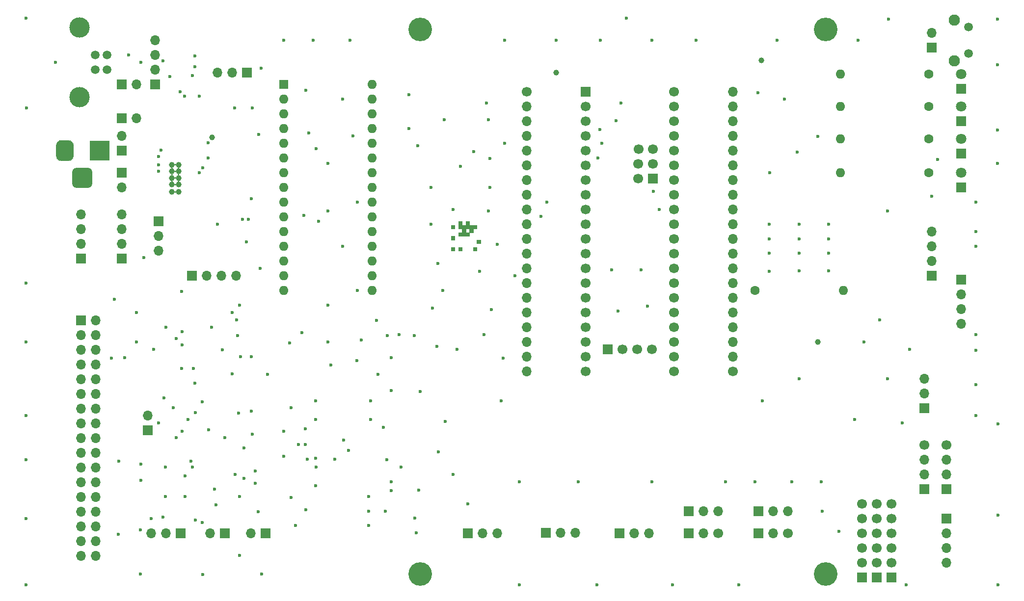
<source format=gbr>
G04 #@! TF.GenerationSoftware,KiCad,Pcbnew,(5.1.9)-1*
G04 #@! TF.CreationDate,2021-07-31T21:07:57+01:00*
G04 #@! TF.ProjectId,Greaseweazle F1 Plus 3.5 Rev 1.1,47726561-7365-4776-9561-7a6c65204631,1.1*
G04 #@! TF.SameCoordinates,PX6312cb0PY6bcb370*
G04 #@! TF.FileFunction,Soldermask,Bot*
G04 #@! TF.FilePolarity,Negative*
%FSLAX46Y46*%
G04 Gerber Fmt 4.6, Leading zero omitted, Abs format (unit mm)*
G04 Created by KiCad (PCBNEW (5.1.9)-1) date 2021-07-31 21:07:57*
%MOMM*%
%LPD*%
G01*
G04 APERTURE LIST*
%ADD10C,0.100000*%
%ADD11O,1.700000X1.700000*%
%ADD12R,1.700000X1.700000*%
%ADD13C,1.700000*%
%ADD14C,4.064000*%
%ADD15O,1.600000X1.600000*%
%ADD16R,1.600000X1.600000*%
%ADD17C,3.500120*%
%ADD18C,1.501140*%
%ADD19C,1.600000*%
%ADD20R,1.800000X1.800000*%
%ADD21C,1.800000*%
%ADD22R,3.500000X3.500000*%
%ADD23C,1.950000*%
%ADD24C,1.508000*%
%ADD25C,0.600000*%
%ADD26C,1.000000*%
G04 APERTURE END LIST*
D10*
G36*
X23368000Y24003000D02*
G01*
X24003000Y24003000D01*
X24003000Y24638000D01*
X23368000Y24638000D01*
X23368000Y24003000D01*
G37*
X23368000Y24003000D02*
X24003000Y24003000D01*
X24003000Y24638000D01*
X23368000Y24638000D01*
X23368000Y24003000D01*
G36*
X23368000Y23368000D02*
G01*
X24003000Y23368000D01*
X24003000Y24003000D01*
X23368000Y24003000D01*
X23368000Y23368000D01*
G37*
X23368000Y23368000D02*
X24003000Y23368000D01*
X24003000Y24003000D01*
X23368000Y24003000D01*
X23368000Y23368000D01*
G36*
X22733000Y23368000D02*
G01*
X23368000Y23368000D01*
X23368000Y24003000D01*
X22733000Y24003000D01*
X22733000Y23368000D01*
G37*
X22733000Y23368000D02*
X23368000Y23368000D01*
X23368000Y24003000D01*
X22733000Y24003000D01*
X22733000Y23368000D01*
G36*
X24003000Y23368000D02*
G01*
X24638000Y23368000D01*
X24638000Y24003000D01*
X24003000Y24003000D01*
X24003000Y23368000D01*
G37*
X24003000Y23368000D02*
X24638000Y23368000D01*
X24638000Y24003000D01*
X24003000Y24003000D01*
X24003000Y23368000D01*
G36*
X24638000Y24003000D02*
G01*
X25273000Y24003000D01*
X25273000Y24638000D01*
X24638000Y24638000D01*
X24638000Y24003000D01*
G37*
X24638000Y24003000D02*
X25273000Y24003000D01*
X25273000Y24638000D01*
X24638000Y24638000D01*
X24638000Y24003000D01*
G36*
X21463000Y24638000D02*
G01*
X22098000Y24638000D01*
X22098000Y25273000D01*
X21463000Y25273000D01*
X21463000Y24638000D01*
G37*
X21463000Y24638000D02*
X22098000Y24638000D01*
X22098000Y25273000D01*
X21463000Y25273000D01*
X21463000Y24638000D01*
G36*
X21463000Y20828000D02*
G01*
X22098000Y20828000D01*
X22098000Y21463000D01*
X21463000Y21463000D01*
X21463000Y20828000D01*
G37*
X21463000Y20828000D02*
X22098000Y20828000D01*
X22098000Y21463000D01*
X21463000Y21463000D01*
X21463000Y20828000D01*
G36*
X22733000Y25273000D02*
G01*
X23368000Y25273000D01*
X23368000Y25908000D01*
X22733000Y25908000D01*
X22733000Y25273000D01*
G37*
X22733000Y25273000D02*
X23368000Y25273000D01*
X23368000Y25908000D01*
X22733000Y25908000D01*
X22733000Y25273000D01*
G36*
X22733000Y24638000D02*
G01*
X23368000Y24638000D01*
X23368000Y25273000D01*
X22733000Y25273000D01*
X22733000Y24638000D01*
G37*
X22733000Y24638000D02*
X23368000Y24638000D01*
X23368000Y25273000D01*
X22733000Y25273000D01*
X22733000Y24638000D01*
G36*
X23368000Y24638000D02*
G01*
X24003000Y24638000D01*
X24003000Y25273000D01*
X23368000Y25273000D01*
X23368000Y24638000D01*
G37*
X23368000Y24638000D02*
X24003000Y24638000D01*
X24003000Y25273000D01*
X23368000Y25273000D01*
X23368000Y24638000D01*
G36*
X24003000Y24638000D02*
G01*
X24638000Y24638000D01*
X24638000Y25273000D01*
X24003000Y25273000D01*
X24003000Y24638000D01*
G37*
X24003000Y24638000D02*
X24638000Y24638000D01*
X24638000Y25273000D01*
X24003000Y25273000D01*
X24003000Y24638000D01*
G36*
X24003000Y25273000D02*
G01*
X24638000Y25273000D01*
X24638000Y25908000D01*
X24003000Y25908000D01*
X24003000Y25273000D01*
G37*
X24003000Y25273000D02*
X24638000Y25273000D01*
X24638000Y25908000D01*
X24003000Y25908000D01*
X24003000Y25273000D01*
G36*
X24638000Y24638000D02*
G01*
X25273000Y24638000D01*
X25273000Y25273000D01*
X24638000Y25273000D01*
X24638000Y24638000D01*
G37*
X24638000Y24638000D02*
X25273000Y24638000D01*
X25273000Y25273000D01*
X24638000Y25273000D01*
X24638000Y24638000D01*
G36*
X25273000Y24638000D02*
G01*
X25908000Y24638000D01*
X25908000Y25273000D01*
X25273000Y25273000D01*
X25273000Y24638000D01*
G37*
X25273000Y24638000D02*
X25908000Y24638000D01*
X25908000Y25273000D01*
X25273000Y25273000D01*
X25273000Y24638000D01*
G36*
X25908000Y22098000D02*
G01*
X26543000Y22098000D01*
X26543000Y22733000D01*
X25908000Y22733000D01*
X25908000Y22098000D01*
G37*
X25908000Y22098000D02*
X26543000Y22098000D01*
X26543000Y22733000D01*
X25908000Y22733000D01*
X25908000Y22098000D01*
G36*
X25273000Y20828000D02*
G01*
X25908000Y20828000D01*
X25908000Y21463000D01*
X25273000Y21463000D01*
X25273000Y20828000D01*
G37*
X25273000Y20828000D02*
X25908000Y20828000D01*
X25908000Y21463000D01*
X25273000Y21463000D01*
X25273000Y20828000D01*
G36*
X22733000Y20828000D02*
G01*
X23368000Y20828000D01*
X23368000Y21463000D01*
X22733000Y21463000D01*
X22733000Y20828000D01*
G37*
X22733000Y20828000D02*
X23368000Y20828000D01*
X23368000Y21463000D01*
X22733000Y21463000D01*
X22733000Y20828000D01*
G36*
X21463000Y22733000D02*
G01*
X22098000Y22733000D01*
X22098000Y23368000D01*
X21463000Y23368000D01*
X21463000Y22733000D01*
G37*
X21463000Y22733000D02*
X22098000Y22733000D01*
X22098000Y23368000D01*
X21463000Y23368000D01*
X21463000Y22733000D01*
G36*
X23368000Y24003000D02*
G01*
X24003000Y24003000D01*
X24003000Y24638000D01*
X23368000Y24638000D01*
X23368000Y24003000D01*
G37*
X23368000Y24003000D02*
X24003000Y24003000D01*
X24003000Y24638000D01*
X23368000Y24638000D01*
X23368000Y24003000D01*
G36*
X23368000Y23368000D02*
G01*
X24003000Y23368000D01*
X24003000Y24003000D01*
X23368000Y24003000D01*
X23368000Y23368000D01*
G37*
X23368000Y23368000D02*
X24003000Y23368000D01*
X24003000Y24003000D01*
X23368000Y24003000D01*
X23368000Y23368000D01*
G36*
X22733000Y23368000D02*
G01*
X23368000Y23368000D01*
X23368000Y24003000D01*
X22733000Y24003000D01*
X22733000Y23368000D01*
G37*
X22733000Y23368000D02*
X23368000Y23368000D01*
X23368000Y24003000D01*
X22733000Y24003000D01*
X22733000Y23368000D01*
G36*
X24003000Y23368000D02*
G01*
X24638000Y23368000D01*
X24638000Y24003000D01*
X24003000Y24003000D01*
X24003000Y23368000D01*
G37*
X24003000Y23368000D02*
X24638000Y23368000D01*
X24638000Y24003000D01*
X24003000Y24003000D01*
X24003000Y23368000D01*
G36*
X24638000Y24003000D02*
G01*
X25273000Y24003000D01*
X25273000Y24638000D01*
X24638000Y24638000D01*
X24638000Y24003000D01*
G37*
X24638000Y24003000D02*
X25273000Y24003000D01*
X25273000Y24638000D01*
X24638000Y24638000D01*
X24638000Y24003000D01*
G36*
X21463000Y24638000D02*
G01*
X22098000Y24638000D01*
X22098000Y25273000D01*
X21463000Y25273000D01*
X21463000Y24638000D01*
G37*
X21463000Y24638000D02*
X22098000Y24638000D01*
X22098000Y25273000D01*
X21463000Y25273000D01*
X21463000Y24638000D01*
G36*
X21463000Y20828000D02*
G01*
X22098000Y20828000D01*
X22098000Y21463000D01*
X21463000Y21463000D01*
X21463000Y20828000D01*
G37*
X21463000Y20828000D02*
X22098000Y20828000D01*
X22098000Y21463000D01*
X21463000Y21463000D01*
X21463000Y20828000D01*
G36*
X22733000Y25273000D02*
G01*
X23368000Y25273000D01*
X23368000Y25908000D01*
X22733000Y25908000D01*
X22733000Y25273000D01*
G37*
X22733000Y25273000D02*
X23368000Y25273000D01*
X23368000Y25908000D01*
X22733000Y25908000D01*
X22733000Y25273000D01*
G36*
X22733000Y24638000D02*
G01*
X23368000Y24638000D01*
X23368000Y25273000D01*
X22733000Y25273000D01*
X22733000Y24638000D01*
G37*
X22733000Y24638000D02*
X23368000Y24638000D01*
X23368000Y25273000D01*
X22733000Y25273000D01*
X22733000Y24638000D01*
G36*
X23368000Y24638000D02*
G01*
X24003000Y24638000D01*
X24003000Y25273000D01*
X23368000Y25273000D01*
X23368000Y24638000D01*
G37*
X23368000Y24638000D02*
X24003000Y24638000D01*
X24003000Y25273000D01*
X23368000Y25273000D01*
X23368000Y24638000D01*
G36*
X24003000Y24638000D02*
G01*
X24638000Y24638000D01*
X24638000Y25273000D01*
X24003000Y25273000D01*
X24003000Y24638000D01*
G37*
X24003000Y24638000D02*
X24638000Y24638000D01*
X24638000Y25273000D01*
X24003000Y25273000D01*
X24003000Y24638000D01*
G36*
X24003000Y25273000D02*
G01*
X24638000Y25273000D01*
X24638000Y25908000D01*
X24003000Y25908000D01*
X24003000Y25273000D01*
G37*
X24003000Y25273000D02*
X24638000Y25273000D01*
X24638000Y25908000D01*
X24003000Y25908000D01*
X24003000Y25273000D01*
G36*
X24638000Y24638000D02*
G01*
X25273000Y24638000D01*
X25273000Y25273000D01*
X24638000Y25273000D01*
X24638000Y24638000D01*
G37*
X24638000Y24638000D02*
X25273000Y24638000D01*
X25273000Y25273000D01*
X24638000Y25273000D01*
X24638000Y24638000D01*
G36*
X25273000Y24638000D02*
G01*
X25908000Y24638000D01*
X25908000Y25273000D01*
X25273000Y25273000D01*
X25273000Y24638000D01*
G37*
X25273000Y24638000D02*
X25908000Y24638000D01*
X25908000Y25273000D01*
X25273000Y25273000D01*
X25273000Y24638000D01*
G36*
X25908000Y22098000D02*
G01*
X26543000Y22098000D01*
X26543000Y22733000D01*
X25908000Y22733000D01*
X25908000Y22098000D01*
G37*
X25908000Y22098000D02*
X26543000Y22098000D01*
X26543000Y22733000D01*
X25908000Y22733000D01*
X25908000Y22098000D01*
G36*
X25273000Y20828000D02*
G01*
X25908000Y20828000D01*
X25908000Y21463000D01*
X25273000Y21463000D01*
X25273000Y20828000D01*
G37*
X25273000Y20828000D02*
X25908000Y20828000D01*
X25908000Y21463000D01*
X25273000Y21463000D01*
X25273000Y20828000D01*
G36*
X22733000Y20828000D02*
G01*
X23368000Y20828000D01*
X23368000Y21463000D01*
X22733000Y21463000D01*
X22733000Y20828000D01*
G37*
X22733000Y20828000D02*
X23368000Y20828000D01*
X23368000Y21463000D01*
X22733000Y21463000D01*
X22733000Y20828000D01*
G36*
X21463000Y22733000D02*
G01*
X22098000Y22733000D01*
X22098000Y23368000D01*
X21463000Y23368000D01*
X21463000Y22733000D01*
G37*
X21463000Y22733000D02*
X22098000Y22733000D01*
X22098000Y23368000D01*
X21463000Y23368000D01*
X21463000Y22733000D01*
D11*
X-35306000Y31750000D03*
D12*
X-35306000Y34290000D03*
D11*
X-32766000Y49530000D03*
D12*
X-35306000Y49530000D03*
D11*
X-35306000Y40640000D03*
D12*
X-35306000Y38100000D03*
D11*
X-32766000Y43688000D03*
D12*
X-35306000Y43688000D03*
D11*
X-15621000Y16510000D03*
X-18161000Y16510000D03*
X-20701000Y16510000D03*
D12*
X-23241000Y16510000D03*
D11*
X-30226000Y-27940000D03*
X-27686000Y-27940000D03*
D12*
X-25146000Y-27940000D03*
D11*
X-30861000Y-7620000D03*
D12*
X-30861000Y-10160000D03*
X48514000Y3810000D03*
D13*
X51054000Y3810000D03*
X53594000Y3810000D03*
X56134000Y3810000D03*
X59944000Y48260000D03*
D12*
X44704000Y48260000D03*
D13*
X59944000Y45720000D03*
X44704000Y45720000D03*
X59944000Y43180000D03*
X44704000Y43180000D03*
X59944000Y40640000D03*
X44704000Y40640000D03*
X59944000Y38100000D03*
X44704000Y38100000D03*
X59944000Y35560000D03*
X44704000Y35560000D03*
X59944000Y33020000D03*
X44704000Y33020000D03*
X59944000Y30480000D03*
X44704000Y30480000D03*
X59944000Y27940000D03*
X44704000Y27940000D03*
X59944000Y25400000D03*
X44704000Y25400000D03*
X59944000Y22860000D03*
X44704000Y22860000D03*
X59944000Y20320000D03*
X44704000Y20320000D03*
X59944000Y17780000D03*
X44704000Y17780000D03*
X59944000Y15240000D03*
X44704000Y15240000D03*
X59944000Y12700000D03*
X44704000Y12700000D03*
X59944000Y10160000D03*
X44704000Y10160000D03*
X59944000Y7620000D03*
X44704000Y7620000D03*
X59944000Y5080000D03*
X44704000Y5080000D03*
X59944000Y2540000D03*
X44704000Y2540000D03*
X59944000Y0D03*
X44704000Y0D03*
X56273700Y35814000D03*
X56273700Y38354000D03*
D12*
X56273700Y33274000D03*
D13*
X53797200Y38354000D03*
X53733700Y35814000D03*
X53733700Y33274000D03*
X92329000Y-22860000D03*
X92329000Y-25400000D03*
X92329000Y-27940000D03*
X92329000Y-30480000D03*
X92329000Y-33020000D03*
D12*
X92329000Y-35560000D03*
D13*
X94869000Y-22860000D03*
X94869000Y-25400000D03*
X94869000Y-27940000D03*
X94869000Y-30480000D03*
X94869000Y-33020000D03*
D12*
X94869000Y-35560000D03*
D14*
X86113620Y-34935160D03*
X16113760Y59065160D03*
X16113760Y-34935160D03*
X86113620Y59065160D03*
D11*
X104394000Y58420000D03*
D12*
X104394000Y55880000D03*
D11*
X-13081000Y-27940000D03*
D12*
X-10541000Y-27940000D03*
D11*
X-20066000Y-27940000D03*
D12*
X-17526000Y-27940000D03*
D13*
X97409000Y-22860000D03*
X97409000Y-25400000D03*
X97409000Y-27940000D03*
X97409000Y-30480000D03*
X97409000Y-33020000D03*
D12*
X97409000Y-35560000D03*
D11*
X-35306000Y27152600D03*
X-35306000Y24612600D03*
X-35306000Y22072600D03*
D12*
X-35306000Y19532600D03*
D11*
X-29591000Y57150000D03*
X-29591000Y54610000D03*
X-29591000Y52070000D03*
D12*
X-29591000Y49530000D03*
D15*
X7874000Y13970000D03*
X-7366000Y13970000D03*
X7874000Y49530000D03*
X-7366000Y16510000D03*
X7874000Y46990000D03*
X-7366000Y19050000D03*
X7874000Y44450000D03*
X-7366000Y21590000D03*
X7874000Y41910000D03*
X-7366000Y24130000D03*
X7874000Y39370000D03*
X-7366000Y26670000D03*
X7874000Y36830000D03*
X-7366000Y29210000D03*
X7874000Y34290000D03*
X-7366000Y31750000D03*
X7874000Y31750000D03*
X-7366000Y34290000D03*
X7874000Y29210000D03*
X-7366000Y36830000D03*
X7874000Y26670000D03*
X-7366000Y39370000D03*
X7874000Y24130000D03*
X-7366000Y41910000D03*
X7874000Y21590000D03*
X-7366000Y44450000D03*
X7874000Y19050000D03*
X-7366000Y46990000D03*
X7874000Y16510000D03*
D16*
X-7366000Y49530000D03*
D11*
X-28956000Y20828000D03*
X-28956000Y23368000D03*
D12*
X-28956000Y25908000D03*
D17*
X-42621200Y47345600D03*
X-42621200Y59385200D03*
D18*
X-37896800Y54610000D03*
X-37896800Y52120800D03*
X-39903400Y52120800D03*
X-39903400Y54610000D03*
D11*
X103124000Y-1270000D03*
X103124000Y-3810000D03*
D12*
X103124000Y-6350000D03*
D11*
X109474000Y8255000D03*
X109474000Y10795000D03*
X109474000Y13335000D03*
D12*
X109474000Y15875000D03*
D11*
X29464000Y-27940000D03*
X26924000Y-27940000D03*
D12*
X24384000Y-27940000D03*
D11*
X42926000Y-27829200D03*
X40386000Y-27829200D03*
D12*
X37846000Y-27829200D03*
D11*
X55626000Y-27889200D03*
X53086000Y-27889200D03*
D12*
X50546000Y-27889200D03*
D11*
X-18796000Y51587400D03*
X-16256000Y51587400D03*
D12*
X-13716000Y51587400D03*
D11*
X104394000Y24130000D03*
X104394000Y21590000D03*
X104394000Y19050000D03*
D12*
X104394000Y16510000D03*
X106934000Y-20320000D03*
D11*
X106934000Y-17780000D03*
X106934000Y-15240000D03*
D13*
X106934000Y-12700000D03*
X103124000Y-12700000D03*
D11*
X103124000Y-15240000D03*
X103124000Y-17780000D03*
D12*
X103124000Y-20320000D03*
D19*
X103886000Y51308000D03*
D15*
X88646000Y51308000D03*
D20*
X109474000Y48768000D03*
D21*
X109474000Y51308000D03*
X109474000Y34290000D03*
D20*
X109474000Y31750000D03*
X109474000Y37592000D03*
D21*
X109474000Y40132000D03*
X109474000Y45720000D03*
D20*
X109474000Y43180000D03*
D19*
X73914000Y13970000D03*
D15*
X89154000Y13970000D03*
X88646000Y34290000D03*
D19*
X103886000Y34290000D03*
X103886000Y40132000D03*
D15*
X88646000Y40132000D03*
X88646000Y45720000D03*
D19*
X103886000Y45720000D03*
D11*
X34544000Y0D03*
X34544000Y2540000D03*
X34544000Y5080000D03*
X34544000Y7620000D03*
X34544000Y10160000D03*
X34544000Y12700000D03*
X34544000Y15240000D03*
X34544000Y17780000D03*
X34544000Y20320000D03*
X34544000Y22860000D03*
X34544000Y25400000D03*
X34544000Y27940000D03*
X34544000Y30480000D03*
X34544000Y33020000D03*
X34544000Y35560000D03*
X34544000Y38100000D03*
X34544000Y40640000D03*
X34544000Y43180000D03*
X34544000Y45720000D03*
D13*
X34544000Y48260000D03*
D11*
X70104000Y48260000D03*
X70104000Y45720000D03*
X70104000Y43180000D03*
X70104000Y40640000D03*
X70104000Y38100000D03*
X70104000Y35560000D03*
X70104000Y33020000D03*
X70104000Y30480000D03*
X70104000Y27940000D03*
X70104000Y25400000D03*
X70104000Y22860000D03*
X70104000Y20320000D03*
X70104000Y17780000D03*
X70104000Y15240000D03*
X70104000Y12700000D03*
X70104000Y10160000D03*
X70104000Y7620000D03*
X70104000Y5080000D03*
X70104000Y2540000D03*
D13*
X70104000Y0D03*
D11*
X79603600Y-24130000D03*
X77063600Y-24130000D03*
D12*
X74523600Y-24130000D03*
D11*
X67564000Y-24130000D03*
X65024000Y-24130000D03*
D12*
X62484000Y-24130000D03*
X62484000Y-27940000D03*
D11*
X65024000Y-27940000D03*
D13*
X67564000Y-27940000D03*
D12*
X74523600Y-27940000D03*
D11*
X77063600Y-27940000D03*
D13*
X79603600Y-27940000D03*
D11*
X106934000Y-33020000D03*
X106934000Y-30480000D03*
X106934000Y-27940000D03*
D12*
X106934000Y-25400000D03*
G36*
G01*
X-43888600Y32551400D02*
X-43888600Y34301400D01*
G75*
G02*
X-43013600Y35176400I875000J0D01*
G01*
X-41263600Y35176400D01*
G75*
G02*
X-40388600Y34301400I0J-875000D01*
G01*
X-40388600Y32551400D01*
G75*
G02*
X-41263600Y31676400I-875000J0D01*
G01*
X-43013600Y31676400D01*
G75*
G02*
X-43888600Y32551400I0J875000D01*
G01*
G37*
G36*
G01*
X-46638600Y37126400D02*
X-46638600Y39126400D01*
G75*
G02*
X-45888600Y39876400I750000J0D01*
G01*
X-44388600Y39876400D01*
G75*
G02*
X-43638600Y39126400I0J-750000D01*
G01*
X-43638600Y37126400D01*
G75*
G02*
X-44388600Y36376400I-750000J0D01*
G01*
X-45888600Y36376400D01*
G75*
G02*
X-46638600Y37126400I0J750000D01*
G01*
G37*
D22*
X-39138600Y38126400D03*
D23*
X108244000Y60650000D03*
X108244000Y53650000D03*
D24*
X110744000Y59425000D03*
X110744000Y54875000D03*
D12*
X-42367200Y19532600D03*
D11*
X-42367200Y22072600D03*
X-42367200Y24612600D03*
X-42367200Y27152600D03*
X-39852600Y-31800800D03*
X-42392600Y-31800800D03*
X-39852600Y-29260800D03*
X-42392600Y-29260800D03*
X-39852600Y-26720800D03*
X-42392600Y-26720800D03*
X-39852600Y-24180800D03*
X-42392600Y-24180800D03*
X-39852600Y-21640800D03*
X-42392600Y-21640800D03*
X-39852600Y-19100800D03*
X-42392600Y-19100800D03*
X-39852600Y-16560800D03*
X-42392600Y-16560800D03*
X-39852600Y-14020800D03*
X-42392600Y-14020800D03*
X-39852600Y-11480800D03*
X-42392600Y-11480800D03*
X-39852600Y-8940800D03*
X-42392600Y-8940800D03*
X-39852600Y-6400800D03*
X-42392600Y-6400800D03*
X-39852600Y-3860800D03*
X-42392600Y-3860800D03*
X-39852600Y-1320800D03*
X-42392600Y-1320800D03*
X-39852600Y1219200D03*
X-42392600Y1219200D03*
X-39852600Y3759200D03*
X-42392600Y3759200D03*
X-39852600Y6299200D03*
X-42392600Y6299200D03*
X-39852600Y8839200D03*
D12*
X-42392600Y8839200D03*
D25*
X50292000Y10414000D03*
X5334000Y29210000D03*
X2794000Y21590000D03*
X-51816000Y15240000D03*
X-51816000Y-7620000D03*
X-51816000Y-15240000D03*
X-51816000Y-36830000D03*
X-51714400Y45516800D03*
X96901000Y60833000D03*
X115824000Y-36830000D03*
X105410000Y36576000D03*
X49911000Y43307000D03*
X-3937000Y26924000D03*
X14224000Y41910000D03*
X96774000Y27686000D03*
X76327000Y25400000D03*
X27559000Y46355000D03*
X-51816000Y60960000D03*
X115824000Y-9017000D03*
X112014000Y29210000D03*
X112014000Y24130000D03*
X112014000Y21590000D03*
X112014000Y6350000D03*
X112014000Y3683000D03*
X112014000Y-2286000D03*
X112014000Y-7620000D03*
X115824000Y-24765000D03*
X51689000Y60960000D03*
X33274000Y-36830000D03*
X46609000Y-36830000D03*
X59690000Y-36830000D03*
X71120000Y-36830000D03*
X99949000Y-36830000D03*
X115697000Y60833000D03*
X115697000Y35941000D03*
X115697000Y41656000D03*
X115697000Y52959000D03*
X99314000Y-8890000D03*
X91059000Y-8255000D03*
X81534000Y-1270000D03*
X81534000Y17399000D03*
X85471000Y-24130000D03*
X18034000Y31750000D03*
X28194000Y31750000D03*
X19177000Y18669000D03*
X254000Y11430000D03*
X-11176000Y-34925000D03*
X76454000Y34290000D03*
X84734400Y40614600D03*
X81534000Y25400000D03*
X78994000Y46990000D03*
X30734000Y57150000D03*
X63754000Y57150000D03*
X21844000Y27940000D03*
X30099000Y-5080000D03*
X56134000Y-19050000D03*
X43434000Y-19050000D03*
X33274000Y-19050000D03*
X-32131000Y-34925000D03*
X-31496000Y19685000D03*
X-3556000Y48514000D03*
X15240000Y-25273000D03*
X9779000Y-9652000D03*
X-27813000Y-21590000D03*
X-7366000Y57150000D03*
X20320000Y43434000D03*
X27940000Y43434000D03*
X14224000Y47752000D03*
X2794000Y46990000D03*
X-3048000Y41148000D03*
X4572000Y40640000D03*
X5334000Y13970000D03*
X20066000Y13970000D03*
X28448000Y10668000D03*
X18288000Y10922000D03*
X19050000Y4318000D03*
X30480000Y2286000D03*
X-20447000Y36830000D03*
X-21971000Y34290000D03*
X-28194000Y53594000D03*
X-21971000Y47498000D03*
X-15875000Y45466000D03*
X-13843000Y22352000D03*
X-12954000Y29845000D03*
X-25273000Y48260000D03*
X-46736000Y53340000D03*
X-2286000Y57150000D03*
X4064000Y57150000D03*
X29464000Y21971000D03*
X-19812000Y7620000D03*
X8890000Y-508000D03*
X-51816000Y5080000D03*
X-51816000Y-25400000D03*
X96774000Y-1270000D03*
X100584000Y3810000D03*
X76327000Y17272000D03*
X92710000Y5080000D03*
X86614000Y17399000D03*
X26416000Y17272000D03*
X18034000Y25400000D03*
X50800000Y46355000D03*
X91694000Y57150000D03*
X77724000Y57150000D03*
X56134000Y57150000D03*
X47244000Y57150000D03*
X39624000Y57150000D03*
X-32766000Y5080000D03*
X-28956000Y-8890000D03*
X-32004000Y-16002000D03*
X-28194000Y-25146000D03*
X-21336000Y-35052000D03*
X-14986000Y-21590000D03*
X-12319000Y-19304000D03*
X10414000Y-15240000D03*
X19304000Y-13843000D03*
X68834000Y-19050000D03*
X73914000Y-19050000D03*
X80264000Y-19050000D03*
X254000Y5080000D03*
X-27686000Y7620000D03*
X-16256000Y10160000D03*
X-32766000Y10160000D03*
X-36576000Y12446000D03*
X-25019000Y13843000D03*
X-6375400Y4953000D03*
X-4292600Y6680200D03*
X-1828800Y38430200D03*
X-11303000Y52374800D03*
X88366600Y-27559000D03*
X-28575000Y38227000D03*
X-28956000Y34544000D03*
X-11684000Y40894000D03*
X-18796000Y25400000D03*
X-14478000Y26289000D03*
X-13462000Y26289000D03*
X57404000Y27940000D03*
X-28067000Y-4572000D03*
X-24892000Y-10287000D03*
X-14224000Y-13208000D03*
X-17526000Y-11430000D03*
X-20320000Y-10033000D03*
X-12319000Y-17145000D03*
X-22606000Y-25654000D03*
X-14859000Y2540000D03*
X254000Y27686000D03*
X22479000Y3810000D03*
X27178000Y6350000D03*
X16129000Y-3429000D03*
X11176000Y2413000D03*
X5969000Y5461000D03*
X27940000Y27686000D03*
X254000Y35941000D03*
X23114000Y35433000D03*
X25400000Y37973000D03*
X81153000Y37846000D03*
X74422000Y48133000D03*
X20447000Y-8636000D03*
X-6096000Y-6223000D03*
X-7366000Y-10287000D03*
X-3683000Y-12598400D03*
X-3683000Y-9906000D03*
X11176000Y-3302000D03*
X762000Y1143000D03*
X5207000Y1905000D03*
X-15367000Y6223000D03*
X55372000Y11303000D03*
X76327000Y20447000D03*
X81534000Y20447000D03*
X86614000Y20447000D03*
X76327000Y22860000D03*
X81534000Y22860000D03*
X86614000Y22860000D03*
X86614000Y25400000D03*
X104394000Y30226000D03*
X36957000Y26797000D03*
X37973000Y29210000D03*
X15875000Y-20447000D03*
X11176000Y-20574000D03*
X10160000Y-24130000D03*
X21844000Y-17780000D03*
X24384000Y-22860000D03*
X75184000Y-5080000D03*
X85344000Y-19050000D03*
X-24511000Y47498000D03*
X-12827000Y45466000D03*
X-27051000Y50927000D03*
X-34163000Y54610000D03*
X-25908000Y-11430000D03*
X-24892000Y6858000D03*
X-25908000Y5715000D03*
X-24892000Y4572000D03*
X-28956000Y37084000D03*
X-28956000Y35687000D03*
X-21336000Y35179000D03*
X-20447000Y39497000D03*
X-32004000Y53340000D03*
X-12827000Y-10795000D03*
X-22606000Y-7112000D03*
X-32004000Y-18796000D03*
X-35814000Y-15494000D03*
X-23368000Y-15494000D03*
X-34798000Y2413000D03*
X-37084000Y2286000D03*
X-23114000Y51054000D03*
X56388000Y31115000D03*
X-35941000Y-28067000D03*
X-32131000Y-27305000D03*
X-22733000Y54483000D03*
X-22748190Y52644000D03*
X-23876000Y-8255000D03*
D26*
X39624000Y51562000D03*
X-19725959Y40386000D03*
D25*
X3809994Y-13627010D03*
X-19304000Y-20320000D03*
X11176000Y-19050000D03*
X-3556000Y-23876000D03*
X7219919Y-26577990D03*
X-5334000Y-26543000D03*
X-11810992Y-24180778D03*
X7239000Y-24130000D03*
X-19050000Y-22987000D03*
X-6096004Y-21717000D03*
X-15748000Y-17780010D03*
X-12954000Y-6858000D03*
X7620000Y-5080000D03*
X-3340099Y-15151099D03*
X-24384000Y-21589998D03*
X-24384000Y-18034000D03*
X-14224000Y-18415000D03*
X-11430000Y17780000D03*
X-27813000Y-16510000D03*
X-12954000Y2540000D03*
X7239000Y-21590000D03*
X-14986000Y11430000D03*
X-15494000Y8890000D03*
X8611188Y8865188D03*
X-1905000Y-8255000D03*
X-29845000Y3810002D03*
X1397000Y-15113000D03*
D26*
X84709000Y5080000D03*
D25*
X2921000Y-11811000D03*
X28149001Y36785001D03*
X46822990Y36830000D03*
X15113000Y6197600D03*
X12522198Y6375400D03*
X95427800Y8890000D03*
D26*
X75031602Y53721000D03*
D25*
X47117000Y41783000D03*
X15748000Y38989000D03*
D26*
X-26670000Y35687000D03*
X-26670000Y34544000D03*
X-26670000Y33401000D03*
X-26670000Y32258000D03*
X-26670000Y30988000D03*
X-25527000Y30988000D03*
X-25527000Y35687000D03*
X-25527000Y34544000D03*
X-25527000Y33401000D03*
X-25527000Y32258000D03*
D25*
X10490200Y6223000D03*
X47498000Y39370000D03*
X-15176500Y-7175500D03*
X-1777988Y-16510000D03*
X30734000Y39370000D03*
X-1397000Y25908000D03*
X-4826000Y-12573000D03*
X-10169021Y-449010D03*
X-17986972Y3730000D03*
X54229000Y17526000D03*
X49149000Y17526000D03*
X32512000Y16510000D03*
X7620000Y-8255000D03*
X-1879601Y-14960599D03*
X-25019000Y508000D03*
X-1905000Y-5080000D03*
X-16256000Y-381000D03*
X15494000Y-27852953D03*
X-1904990Y-19685000D03*
X-7366000Y-14605000D03*
X12827000Y-16510000D03*
X-14986000Y-31750000D03*
X-21401000Y-26035000D03*
X-23114000Y-16510000D03*
X-22733000Y-2032000D03*
X-21463000Y-5207000D03*
X-26416000Y-6223000D03*
X-22987000Y508000D03*
X-30226000Y-25400000D03*
D10*
G36*
X-25984212Y31181421D02*
G01*
X-25984062Y31179600D01*
X-26003546Y31132560D01*
X-26022592Y31036810D01*
X-26022592Y30939190D01*
X-26003546Y30843440D01*
X-25984062Y30796401D01*
X-25984323Y30794418D01*
X-25986171Y30793653D01*
X-25987674Y30794693D01*
X-25996238Y30810716D01*
X-26011534Y30829353D01*
X-26030171Y30844648D01*
X-26051434Y30856013D01*
X-26074509Y30863013D01*
X-26098500Y30865376D01*
X-26122492Y30863013D01*
X-26145566Y30856013D01*
X-26166830Y30844648D01*
X-26185467Y30829352D01*
X-26200762Y30810715D01*
X-26209326Y30794692D01*
X-26211025Y30793636D01*
X-26212788Y30794579D01*
X-26212938Y30796400D01*
X-26193454Y30843440D01*
X-26174408Y30939190D01*
X-26174408Y31036810D01*
X-26193454Y31132560D01*
X-26212938Y31179599D01*
X-26212677Y31181582D01*
X-26210829Y31182347D01*
X-26209326Y31181307D01*
X-26200762Y31165284D01*
X-26185466Y31146647D01*
X-26166829Y31131352D01*
X-26145566Y31119987D01*
X-26122491Y31112987D01*
X-26098500Y31110624D01*
X-26074508Y31112987D01*
X-26051434Y31119987D01*
X-26030170Y31131352D01*
X-26011533Y31146648D01*
X-25996238Y31165285D01*
X-25987674Y31181308D01*
X-25985975Y31182364D01*
X-25984212Y31181421D01*
G37*
G36*
X-40387435Y32553026D02*
G01*
X-40386600Y32551400D01*
X-40386600Y32495040D01*
X-40386610Y32494844D01*
X-40402815Y32330313D01*
X-40402891Y32329928D01*
X-40449094Y32177617D01*
X-40449244Y32177255D01*
X-40524269Y32036892D01*
X-40524487Y32036566D01*
X-40625457Y31913534D01*
X-40625734Y31913257D01*
X-40748766Y31812287D01*
X-40749092Y31812069D01*
X-40889455Y31737044D01*
X-40889817Y31736894D01*
X-41042128Y31690691D01*
X-41042513Y31690615D01*
X-41207044Y31674410D01*
X-41207240Y31674400D01*
X-41263600Y31674400D01*
X-41265332Y31675400D01*
X-41265332Y31677400D01*
X-41263796Y31678390D01*
X-41093291Y31695183D01*
X-40929521Y31744862D01*
X-40778592Y31825535D01*
X-40646303Y31934103D01*
X-40537735Y32066392D01*
X-40457062Y32217321D01*
X-40407383Y32381091D01*
X-40390590Y32551596D01*
X-40389425Y32553222D01*
X-40387435Y32553026D01*
G37*
G36*
X-43886610Y32551596D02*
G01*
X-43869817Y32381091D01*
X-43820138Y32217321D01*
X-43739465Y32066392D01*
X-43630897Y31934103D01*
X-43498608Y31825535D01*
X-43347679Y31744862D01*
X-43183909Y31695183D01*
X-43013404Y31678390D01*
X-43011778Y31677225D01*
X-43011974Y31675235D01*
X-43013600Y31674400D01*
X-43069960Y31674400D01*
X-43070156Y31674410D01*
X-43234687Y31690615D01*
X-43235072Y31690691D01*
X-43387383Y31736894D01*
X-43387745Y31737044D01*
X-43528108Y31812069D01*
X-43528434Y31812287D01*
X-43651466Y31913257D01*
X-43651743Y31913534D01*
X-43752713Y32036566D01*
X-43752931Y32036892D01*
X-43827956Y32177255D01*
X-43828106Y32177617D01*
X-43874309Y32329928D01*
X-43874385Y32330313D01*
X-43890590Y32494844D01*
X-43890600Y32495040D01*
X-43890600Y32551400D01*
X-43889600Y32553132D01*
X-43887600Y32553132D01*
X-43886610Y32551596D01*
G37*
G36*
X-25984212Y32451421D02*
G01*
X-25984062Y32449600D01*
X-26003546Y32402560D01*
X-26022592Y32306810D01*
X-26022592Y32209190D01*
X-26003546Y32113440D01*
X-25984062Y32066401D01*
X-25984323Y32064418D01*
X-25986171Y32063653D01*
X-25987674Y32064693D01*
X-25996238Y32080716D01*
X-26011534Y32099353D01*
X-26030171Y32114648D01*
X-26051434Y32126013D01*
X-26074509Y32133013D01*
X-26098500Y32135376D01*
X-26122492Y32133013D01*
X-26145566Y32126013D01*
X-26166830Y32114648D01*
X-26185467Y32099352D01*
X-26200762Y32080715D01*
X-26209326Y32064692D01*
X-26211025Y32063636D01*
X-26212788Y32064579D01*
X-26212938Y32066400D01*
X-26193454Y32113440D01*
X-26174408Y32209190D01*
X-26174408Y32306810D01*
X-26193454Y32402560D01*
X-26212938Y32449599D01*
X-26212677Y32451582D01*
X-26210829Y32452347D01*
X-26209326Y32451307D01*
X-26200762Y32435284D01*
X-26185466Y32416647D01*
X-26166829Y32401352D01*
X-26145566Y32389987D01*
X-26122491Y32382987D01*
X-26098500Y32380624D01*
X-26074508Y32382987D01*
X-26051434Y32389987D01*
X-26030170Y32401352D01*
X-26011533Y32416648D01*
X-25996238Y32435285D01*
X-25987674Y32451308D01*
X-25985975Y32452364D01*
X-25984212Y32451421D01*
G37*
G36*
X-25333418Y32943677D02*
G01*
X-25332653Y32941829D01*
X-25333693Y32940326D01*
X-25349716Y32931762D01*
X-25368353Y32916466D01*
X-25383648Y32897829D01*
X-25395013Y32876566D01*
X-25402013Y32853491D01*
X-25404376Y32829500D01*
X-25402013Y32805508D01*
X-25395013Y32782434D01*
X-25383648Y32761170D01*
X-25368352Y32742533D01*
X-25349715Y32727238D01*
X-25333692Y32718674D01*
X-25332636Y32716975D01*
X-25333579Y32715212D01*
X-25335400Y32715062D01*
X-25382440Y32734546D01*
X-25478190Y32753592D01*
X-25575810Y32753592D01*
X-25671560Y32734546D01*
X-25718599Y32715062D01*
X-25720582Y32715323D01*
X-25721347Y32717171D01*
X-25720307Y32718674D01*
X-25704284Y32727238D01*
X-25685647Y32742534D01*
X-25670352Y32761171D01*
X-25658987Y32782434D01*
X-25651987Y32805509D01*
X-25649624Y32829500D01*
X-25651987Y32853492D01*
X-25658987Y32876566D01*
X-25670352Y32897830D01*
X-25685648Y32916467D01*
X-25704285Y32931762D01*
X-25720308Y32940326D01*
X-25721364Y32942025D01*
X-25720421Y32943788D01*
X-25718600Y32943938D01*
X-25671560Y32924454D01*
X-25575810Y32905408D01*
X-25478190Y32905408D01*
X-25382440Y32924454D01*
X-25335401Y32943938D01*
X-25333418Y32943677D01*
G37*
G36*
X-26476418Y32943677D02*
G01*
X-26475653Y32941829D01*
X-26476693Y32940326D01*
X-26492716Y32931762D01*
X-26511353Y32916466D01*
X-26526648Y32897829D01*
X-26538013Y32876566D01*
X-26545013Y32853491D01*
X-26547376Y32829500D01*
X-26545013Y32805508D01*
X-26538013Y32782434D01*
X-26526648Y32761170D01*
X-26511352Y32742533D01*
X-26492715Y32727238D01*
X-26476692Y32718674D01*
X-26475636Y32716975D01*
X-26476579Y32715212D01*
X-26478400Y32715062D01*
X-26525440Y32734546D01*
X-26621190Y32753592D01*
X-26718810Y32753592D01*
X-26814560Y32734546D01*
X-26861599Y32715062D01*
X-26863582Y32715323D01*
X-26864347Y32717171D01*
X-26863307Y32718674D01*
X-26847284Y32727238D01*
X-26828647Y32742534D01*
X-26813352Y32761171D01*
X-26801987Y32782434D01*
X-26794987Y32805509D01*
X-26792624Y32829500D01*
X-26794987Y32853492D01*
X-26801987Y32876566D01*
X-26813352Y32897830D01*
X-26828648Y32916467D01*
X-26847285Y32931762D01*
X-26863308Y32940326D01*
X-26864364Y32942025D01*
X-26863421Y32943788D01*
X-26861600Y32943938D01*
X-26814560Y32924454D01*
X-26718810Y32905408D01*
X-26621190Y32905408D01*
X-26525440Y32924454D01*
X-26478401Y32943938D01*
X-26476418Y32943677D01*
G37*
G36*
X-25984212Y33594421D02*
G01*
X-25984062Y33592600D01*
X-26003546Y33545560D01*
X-26022592Y33449810D01*
X-26022592Y33352190D01*
X-26003546Y33256440D01*
X-25984062Y33209401D01*
X-25984323Y33207418D01*
X-25986171Y33206653D01*
X-25987674Y33207693D01*
X-25996238Y33223716D01*
X-26011534Y33242353D01*
X-26030171Y33257648D01*
X-26051434Y33269013D01*
X-26074509Y33276013D01*
X-26098500Y33278376D01*
X-26122492Y33276013D01*
X-26145566Y33269013D01*
X-26166830Y33257648D01*
X-26185467Y33242352D01*
X-26200762Y33223715D01*
X-26209326Y33207692D01*
X-26211025Y33206636D01*
X-26212788Y33207579D01*
X-26212938Y33209400D01*
X-26193454Y33256440D01*
X-26174408Y33352190D01*
X-26174408Y33449810D01*
X-26193454Y33545560D01*
X-26212938Y33592599D01*
X-26212677Y33594582D01*
X-26210829Y33595347D01*
X-26209326Y33594307D01*
X-26200762Y33578284D01*
X-26185466Y33559647D01*
X-26166829Y33544352D01*
X-26145566Y33532987D01*
X-26122491Y33525987D01*
X-26098500Y33523624D01*
X-26074508Y33525987D01*
X-26051434Y33532987D01*
X-26030170Y33544352D01*
X-26011533Y33559648D01*
X-25996238Y33578285D01*
X-25987674Y33594308D01*
X-25985975Y33595364D01*
X-25984212Y33594421D01*
G37*
G36*
X-26476418Y34086677D02*
G01*
X-26475653Y34084829D01*
X-26476693Y34083326D01*
X-26492716Y34074762D01*
X-26511353Y34059466D01*
X-26526648Y34040829D01*
X-26538013Y34019566D01*
X-26545013Y33996491D01*
X-26547376Y33972500D01*
X-26545013Y33948508D01*
X-26538013Y33925434D01*
X-26526648Y33904170D01*
X-26511352Y33885533D01*
X-26492715Y33870238D01*
X-26476692Y33861674D01*
X-26475636Y33859975D01*
X-26476579Y33858212D01*
X-26478400Y33858062D01*
X-26525440Y33877546D01*
X-26621190Y33896592D01*
X-26718810Y33896592D01*
X-26814560Y33877546D01*
X-26861599Y33858062D01*
X-26863582Y33858323D01*
X-26864347Y33860171D01*
X-26863307Y33861674D01*
X-26847284Y33870238D01*
X-26828647Y33885534D01*
X-26813352Y33904171D01*
X-26801987Y33925434D01*
X-26794987Y33948509D01*
X-26792624Y33972500D01*
X-26794987Y33996492D01*
X-26801987Y34019566D01*
X-26813352Y34040830D01*
X-26828648Y34059467D01*
X-26847285Y34074762D01*
X-26863308Y34083326D01*
X-26864364Y34085025D01*
X-26863421Y34086788D01*
X-26861600Y34086938D01*
X-26814560Y34067454D01*
X-26718810Y34048408D01*
X-26621190Y34048408D01*
X-26525440Y34067454D01*
X-26478401Y34086938D01*
X-26476418Y34086677D01*
G37*
G36*
X-25333418Y34086677D02*
G01*
X-25332653Y34084829D01*
X-25333693Y34083326D01*
X-25349716Y34074762D01*
X-25368353Y34059466D01*
X-25383648Y34040829D01*
X-25395013Y34019566D01*
X-25402013Y33996491D01*
X-25404376Y33972500D01*
X-25402013Y33948508D01*
X-25395013Y33925434D01*
X-25383648Y33904170D01*
X-25368352Y33885533D01*
X-25349715Y33870238D01*
X-25333692Y33861674D01*
X-25332636Y33859975D01*
X-25333579Y33858212D01*
X-25335400Y33858062D01*
X-25382440Y33877546D01*
X-25478190Y33896592D01*
X-25575810Y33896592D01*
X-25671560Y33877546D01*
X-25718599Y33858062D01*
X-25720582Y33858323D01*
X-25721347Y33860171D01*
X-25720307Y33861674D01*
X-25704284Y33870238D01*
X-25685647Y33885534D01*
X-25670352Y33904171D01*
X-25658987Y33925434D01*
X-25651987Y33948509D01*
X-25649624Y33972500D01*
X-25651987Y33996492D01*
X-25658987Y34019566D01*
X-25670352Y34040830D01*
X-25685648Y34059467D01*
X-25704285Y34074762D01*
X-25720308Y34083326D01*
X-25721364Y34085025D01*
X-25720421Y34086788D01*
X-25718600Y34086938D01*
X-25671560Y34067454D01*
X-25575810Y34048408D01*
X-25478190Y34048408D01*
X-25382440Y34067454D01*
X-25335401Y34086938D01*
X-25333418Y34086677D01*
G37*
G36*
X-43011868Y35177400D02*
G01*
X-43011868Y35175400D01*
X-43013404Y35174410D01*
X-43183909Y35157617D01*
X-43347679Y35107938D01*
X-43498608Y35027265D01*
X-43630897Y34918697D01*
X-43739465Y34786408D01*
X-43820138Y34635479D01*
X-43869817Y34471709D01*
X-43886610Y34301204D01*
X-43887775Y34299578D01*
X-43889765Y34299774D01*
X-43890600Y34301400D01*
X-43890600Y34357760D01*
X-43890590Y34357956D01*
X-43874385Y34522487D01*
X-43874309Y34522872D01*
X-43828106Y34675183D01*
X-43827956Y34675545D01*
X-43752931Y34815908D01*
X-43752713Y34816234D01*
X-43651743Y34939266D01*
X-43651466Y34939543D01*
X-43528434Y35040513D01*
X-43528108Y35040731D01*
X-43387745Y35115756D01*
X-43387383Y35115906D01*
X-43235072Y35162109D01*
X-43234687Y35162185D01*
X-43070156Y35178390D01*
X-43069960Y35178400D01*
X-43013600Y35178400D01*
X-43011868Y35177400D01*
G37*
G36*
X-41207044Y35178390D02*
G01*
X-41042513Y35162185D01*
X-41042128Y35162109D01*
X-40889817Y35115906D01*
X-40889455Y35115756D01*
X-40749092Y35040731D01*
X-40748766Y35040513D01*
X-40625734Y34939543D01*
X-40625457Y34939266D01*
X-40524487Y34816234D01*
X-40524269Y34815908D01*
X-40449244Y34675545D01*
X-40449094Y34675183D01*
X-40402891Y34522872D01*
X-40402815Y34522487D01*
X-40386610Y34357956D01*
X-40386600Y34357760D01*
X-40386600Y34301400D01*
X-40387600Y34299668D01*
X-40389600Y34299668D01*
X-40390590Y34301204D01*
X-40407383Y34471709D01*
X-40457062Y34635479D01*
X-40537735Y34786408D01*
X-40646303Y34918697D01*
X-40778592Y35027265D01*
X-40929521Y35107938D01*
X-41093291Y35157617D01*
X-41263796Y35174410D01*
X-41265422Y35175575D01*
X-41265226Y35177565D01*
X-41263600Y35178400D01*
X-41207240Y35178400D01*
X-41207044Y35178390D01*
G37*
G36*
X-25984212Y34737421D02*
G01*
X-25984062Y34735600D01*
X-26003546Y34688560D01*
X-26022592Y34592810D01*
X-26022592Y34495190D01*
X-26003546Y34399440D01*
X-25984062Y34352401D01*
X-25984323Y34350418D01*
X-25986171Y34349653D01*
X-25987674Y34350693D01*
X-25996238Y34366716D01*
X-26011534Y34385353D01*
X-26030171Y34400648D01*
X-26051434Y34412013D01*
X-26074509Y34419013D01*
X-26098500Y34421376D01*
X-26122492Y34419013D01*
X-26145566Y34412013D01*
X-26166830Y34400648D01*
X-26185467Y34385352D01*
X-26200762Y34366715D01*
X-26209326Y34350692D01*
X-26211025Y34349636D01*
X-26212788Y34350579D01*
X-26212938Y34352400D01*
X-26193454Y34399440D01*
X-26174408Y34495190D01*
X-26174408Y34592810D01*
X-26193454Y34688560D01*
X-26212938Y34735599D01*
X-26212677Y34737582D01*
X-26210829Y34738347D01*
X-26209326Y34737307D01*
X-26200762Y34721284D01*
X-26185466Y34702647D01*
X-26166829Y34687352D01*
X-26145566Y34675987D01*
X-26122491Y34668987D01*
X-26098500Y34666624D01*
X-26074508Y34668987D01*
X-26051434Y34675987D01*
X-26030170Y34687352D01*
X-26011533Y34702648D01*
X-25996238Y34721285D01*
X-25987674Y34737308D01*
X-25985975Y34738364D01*
X-25984212Y34737421D01*
G37*
G36*
X-25333418Y35229677D02*
G01*
X-25332653Y35227829D01*
X-25333693Y35226326D01*
X-25349716Y35217762D01*
X-25368353Y35202466D01*
X-25383648Y35183829D01*
X-25395013Y35162566D01*
X-25402013Y35139491D01*
X-25404376Y35115500D01*
X-25402013Y35091508D01*
X-25395013Y35068434D01*
X-25383648Y35047170D01*
X-25368352Y35028533D01*
X-25349715Y35013238D01*
X-25333692Y35004674D01*
X-25332636Y35002975D01*
X-25333579Y35001212D01*
X-25335400Y35001062D01*
X-25382440Y35020546D01*
X-25478190Y35039592D01*
X-25575810Y35039592D01*
X-25671560Y35020546D01*
X-25718599Y35001062D01*
X-25720582Y35001323D01*
X-25721347Y35003171D01*
X-25720307Y35004674D01*
X-25704284Y35013238D01*
X-25685647Y35028534D01*
X-25670352Y35047171D01*
X-25658987Y35068434D01*
X-25651987Y35091509D01*
X-25649624Y35115500D01*
X-25651987Y35139492D01*
X-25658987Y35162566D01*
X-25670352Y35183830D01*
X-25685648Y35202467D01*
X-25704285Y35217762D01*
X-25720308Y35226326D01*
X-25721364Y35228025D01*
X-25720421Y35229788D01*
X-25718600Y35229938D01*
X-25671560Y35210454D01*
X-25575810Y35191408D01*
X-25478190Y35191408D01*
X-25382440Y35210454D01*
X-25335401Y35229938D01*
X-25333418Y35229677D01*
G37*
G36*
X-26476418Y35229677D02*
G01*
X-26475653Y35227829D01*
X-26476693Y35226326D01*
X-26492716Y35217762D01*
X-26511353Y35202466D01*
X-26526648Y35183829D01*
X-26538013Y35162566D01*
X-26545013Y35139491D01*
X-26547376Y35115500D01*
X-26545013Y35091508D01*
X-26538013Y35068434D01*
X-26526648Y35047170D01*
X-26511352Y35028533D01*
X-26492715Y35013238D01*
X-26476692Y35004674D01*
X-26475636Y35002975D01*
X-26476579Y35001212D01*
X-26478400Y35001062D01*
X-26525440Y35020546D01*
X-26621190Y35039592D01*
X-26718810Y35039592D01*
X-26814560Y35020546D01*
X-26861599Y35001062D01*
X-26863582Y35001323D01*
X-26864347Y35003171D01*
X-26863307Y35004674D01*
X-26847284Y35013238D01*
X-26828647Y35028534D01*
X-26813352Y35047171D01*
X-26801987Y35068434D01*
X-26794987Y35091509D01*
X-26792624Y35115500D01*
X-26794987Y35139492D01*
X-26801987Y35162566D01*
X-26813352Y35183830D01*
X-26828648Y35202467D01*
X-26847285Y35217762D01*
X-26863308Y35226326D01*
X-26864364Y35228025D01*
X-26863421Y35229788D01*
X-26861600Y35229938D01*
X-26814560Y35210454D01*
X-26718810Y35191408D01*
X-26621190Y35191408D01*
X-26525440Y35210454D01*
X-26478401Y35229938D01*
X-26476418Y35229677D01*
G37*
G36*
X-25984212Y35880421D02*
G01*
X-25984062Y35878600D01*
X-26003546Y35831560D01*
X-26022592Y35735810D01*
X-26022592Y35638190D01*
X-26003546Y35542440D01*
X-25984062Y35495401D01*
X-25984323Y35493418D01*
X-25986171Y35492653D01*
X-25987674Y35493693D01*
X-25996238Y35509716D01*
X-26011534Y35528353D01*
X-26030171Y35543648D01*
X-26051434Y35555013D01*
X-26074509Y35562013D01*
X-26098500Y35564376D01*
X-26122492Y35562013D01*
X-26145566Y35555013D01*
X-26166830Y35543648D01*
X-26185467Y35528352D01*
X-26200762Y35509715D01*
X-26209326Y35493692D01*
X-26211025Y35492636D01*
X-26212788Y35493579D01*
X-26212938Y35495400D01*
X-26193454Y35542440D01*
X-26174408Y35638190D01*
X-26174408Y35735810D01*
X-26193454Y35831560D01*
X-26212938Y35878599D01*
X-26212677Y35880582D01*
X-26210829Y35881347D01*
X-26209326Y35880307D01*
X-26200762Y35864284D01*
X-26185466Y35845647D01*
X-26166829Y35830352D01*
X-26145566Y35818987D01*
X-26122491Y35811987D01*
X-26098500Y35809624D01*
X-26074508Y35811987D01*
X-26051434Y35818987D01*
X-26030170Y35830352D01*
X-26011533Y35845648D01*
X-25996238Y35864285D01*
X-25987674Y35880308D01*
X-25985975Y35881364D01*
X-25984212Y35880421D01*
G37*
G36*
X-43637435Y37128026D02*
G01*
X-43636600Y37126400D01*
X-43636600Y37070040D01*
X-43636610Y37069844D01*
X-43650413Y36929699D01*
X-43650489Y36929314D01*
X-43689579Y36800453D01*
X-43689729Y36800091D01*
X-43753203Y36681340D01*
X-43753421Y36681014D01*
X-43838845Y36576922D01*
X-43839122Y36576645D01*
X-43943214Y36491221D01*
X-43943540Y36491003D01*
X-44062291Y36427529D01*
X-44062653Y36427379D01*
X-44191514Y36388289D01*
X-44191899Y36388213D01*
X-44332044Y36374410D01*
X-44332240Y36374400D01*
X-44388600Y36374400D01*
X-44390332Y36375400D01*
X-44390332Y36377400D01*
X-44388796Y36378390D01*
X-44242677Y36392781D01*
X-44102356Y36435347D01*
X-43973038Y36504469D01*
X-43859691Y36597491D01*
X-43766669Y36710838D01*
X-43697547Y36840156D01*
X-43654981Y36980477D01*
X-43640590Y37126596D01*
X-43639425Y37128222D01*
X-43637435Y37128026D01*
G37*
G36*
X-46636610Y37126596D02*
G01*
X-46622219Y36980477D01*
X-46579653Y36840156D01*
X-46510531Y36710838D01*
X-46417509Y36597491D01*
X-46304162Y36504469D01*
X-46174844Y36435347D01*
X-46034523Y36392781D01*
X-45888404Y36378390D01*
X-45886778Y36377225D01*
X-45886974Y36375235D01*
X-45888600Y36374400D01*
X-45944960Y36374400D01*
X-45945156Y36374410D01*
X-46085301Y36388213D01*
X-46085686Y36388289D01*
X-46214547Y36427379D01*
X-46214909Y36427529D01*
X-46333660Y36491003D01*
X-46333986Y36491221D01*
X-46438078Y36576645D01*
X-46438355Y36576922D01*
X-46523779Y36681014D01*
X-46523997Y36681340D01*
X-46587471Y36800091D01*
X-46587621Y36800453D01*
X-46626711Y36929314D01*
X-46626787Y36929699D01*
X-46640590Y37069844D01*
X-46640600Y37070040D01*
X-46640600Y37126400D01*
X-46639600Y37128132D01*
X-46637600Y37128132D01*
X-46636610Y37126596D01*
G37*
G36*
X-45886868Y39877400D02*
G01*
X-45886868Y39875400D01*
X-45888404Y39874410D01*
X-46034523Y39860019D01*
X-46174844Y39817453D01*
X-46304162Y39748331D01*
X-46417509Y39655309D01*
X-46510531Y39541962D01*
X-46579653Y39412644D01*
X-46622219Y39272323D01*
X-46636610Y39126204D01*
X-46637775Y39124578D01*
X-46639765Y39124774D01*
X-46640600Y39126400D01*
X-46640600Y39182760D01*
X-46640590Y39182956D01*
X-46626787Y39323101D01*
X-46626711Y39323486D01*
X-46587621Y39452347D01*
X-46587471Y39452709D01*
X-46523997Y39571460D01*
X-46523779Y39571786D01*
X-46438355Y39675878D01*
X-46438078Y39676155D01*
X-46333986Y39761579D01*
X-46333660Y39761797D01*
X-46214909Y39825271D01*
X-46214547Y39825421D01*
X-46085686Y39864511D01*
X-46085301Y39864587D01*
X-45945156Y39878390D01*
X-45944960Y39878400D01*
X-45888600Y39878400D01*
X-45886868Y39877400D01*
G37*
G36*
X-44332044Y39878390D02*
G01*
X-44191899Y39864587D01*
X-44191514Y39864511D01*
X-44062653Y39825421D01*
X-44062291Y39825271D01*
X-43943540Y39761797D01*
X-43943214Y39761579D01*
X-43839122Y39676155D01*
X-43838845Y39675878D01*
X-43753421Y39571786D01*
X-43753203Y39571460D01*
X-43689729Y39452709D01*
X-43689579Y39452347D01*
X-43650489Y39323486D01*
X-43650413Y39323101D01*
X-43636610Y39182956D01*
X-43636600Y39182760D01*
X-43636600Y39126400D01*
X-43637600Y39124668D01*
X-43639600Y39124668D01*
X-43640590Y39126204D01*
X-43654981Y39272323D01*
X-43697547Y39412644D01*
X-43766669Y39541962D01*
X-43859691Y39655309D01*
X-43973038Y39748331D01*
X-44102356Y39817453D01*
X-44242677Y39860019D01*
X-44388796Y39874410D01*
X-44390422Y39875575D01*
X-44390226Y39877565D01*
X-44388600Y39878400D01*
X-44332240Y39878400D01*
X-44332044Y39878390D01*
G37*
M02*

</source>
